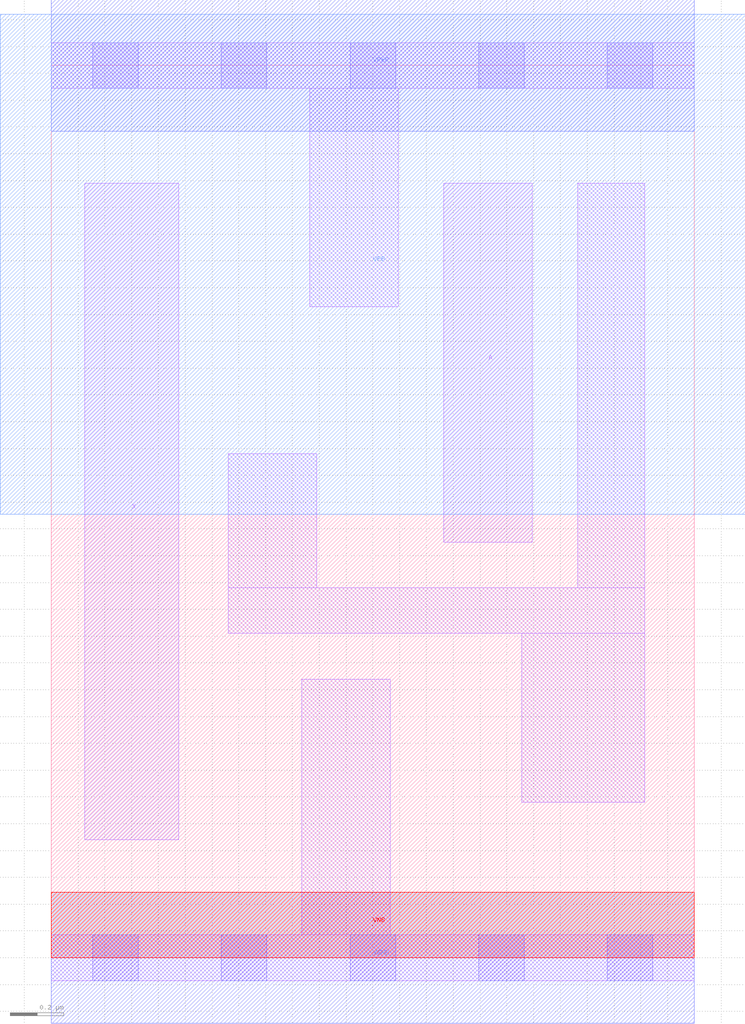
<source format=lef>
# Copyright 2020 The SkyWater PDK Authors
#
# Licensed under the Apache License, Version 2.0 (the "License");
# you may not use this file except in compliance with the License.
# You may obtain a copy of the License at
#
#     https://www.apache.org/licenses/LICENSE-2.0
#
# Unless required by applicable law or agreed to in writing, software
# distributed under the License is distributed on an "AS IS" BASIS,
# WITHOUT WARRANTIES OR CONDITIONS OF ANY KIND, either express or implied.
# See the License for the specific language governing permissions and
# limitations under the License.
#
# SPDX-License-Identifier: Apache-2.0

VERSION 5.7 ;
  NOWIREEXTENSIONATPIN ON ;
  DIVIDERCHAR "/" ;
  BUSBITCHARS "[]" ;
MACRO sky130_fd_sc_lp__buflp_m
  CLASS CORE ;
  FOREIGN sky130_fd_sc_lp__buflp_m ;
  ORIGIN  0.000000  0.000000 ;
  SIZE  2.400000 BY  3.330000 ;
  SYMMETRY X Y R90 ;
  SITE unit ;
  PIN A
    ANTENNAGATEAREA  0.252000 ;
    DIRECTION INPUT ;
    USE SIGNAL ;
    PORT
      LAYER li1 ;
        RECT 1.465000 1.550000 1.795000 2.890000 ;
    END
  END A
  PIN X
    ANTENNADIFFAREA  0.239400 ;
    DIRECTION OUTPUT ;
    USE SIGNAL ;
    PORT
      LAYER li1 ;
        RECT 0.125000 0.440000 0.475000 2.890000 ;
    END
  END X
  PIN VGND
    DIRECTION INOUT ;
    USE GROUND ;
    PORT
      LAYER met1 ;
        RECT 0.000000 -0.245000 2.400000 0.245000 ;
    END
  END VGND
  PIN VNB
    DIRECTION INOUT ;
    USE GROUND ;
    PORT
      LAYER pwell ;
        RECT 0.000000 0.000000 2.400000 0.245000 ;
    END
  END VNB
  PIN VPB
    DIRECTION INOUT ;
    USE POWER ;
    PORT
      LAYER nwell ;
        RECT -0.190000 1.655000 2.590000 3.520000 ;
    END
  END VPB
  PIN VPWR
    DIRECTION INOUT ;
    USE POWER ;
    PORT
      LAYER met1 ;
        RECT 0.000000 3.085000 2.400000 3.575000 ;
    END
  END VPWR
  OBS
    LAYER li1 ;
      RECT 0.000000 -0.085000 2.400000 0.085000 ;
      RECT 0.000000  3.245000 2.400000 3.415000 ;
      RECT 0.660000  1.210000 2.215000 1.380000 ;
      RECT 0.660000  1.380000 0.990000 1.880000 ;
      RECT 0.935000  0.085000 1.265000 1.040000 ;
      RECT 0.965000  2.430000 1.295000 3.245000 ;
      RECT 1.755000  0.580000 2.215000 1.210000 ;
      RECT 1.965000  1.380000 2.215000 2.890000 ;
    LAYER mcon ;
      RECT 0.155000 -0.085000 0.325000 0.085000 ;
      RECT 0.155000  3.245000 0.325000 3.415000 ;
      RECT 0.635000 -0.085000 0.805000 0.085000 ;
      RECT 0.635000  3.245000 0.805000 3.415000 ;
      RECT 1.115000 -0.085000 1.285000 0.085000 ;
      RECT 1.115000  3.245000 1.285000 3.415000 ;
      RECT 1.595000 -0.085000 1.765000 0.085000 ;
      RECT 1.595000  3.245000 1.765000 3.415000 ;
      RECT 2.075000 -0.085000 2.245000 0.085000 ;
      RECT 2.075000  3.245000 2.245000 3.415000 ;
  END
END sky130_fd_sc_lp__buflp_m
END LIBRARY

</source>
